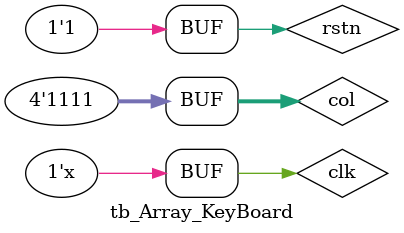
<source format=v>
`timescale 1ns / 1ps
module tb_Array_KeyBoard();
reg                clk      ;
reg                rstn     ;
reg      [3:0]     col     ;
wire     [3:0]     row     ;
wire     [15:0]    key_pulse;
wire               key_en   ;
wire     [3:0]     key_data ;
always#10 clk <= !clk;
initial begin
    clk   = 0;
    rstn = 0;
    col   = 4'b1111;
    #100;
    rstn = 1;
    #2590;
    col = 4'b0111;
    #1000;
    col = 4'b1111;
    #3000;
    col = 4'b0111;
    #1000;
    col = 4'b1111;
end
Array_KeyBoard Array_KeyBoard(
    .clk        (clk      ),  //input                     clk       ,
    .rstn       (rstn     ),  //input                     rstn      ,
    .col        (col      ),  //input            [3:0]    col       ,
    .row        (row      ),  //output    reg    [3:0]    row       ,
    .key_pulse  (key_pulse),  //output           [15:0]   key_pulse ,
    .key_en     (key_en   ),  //output    reg             key_en    ,
    .key_data   (key_data )   //output    reg    [3:0]    key_data    
);
defparam Array_KeyBoard.CNT_200HZ=50;
endmodule

</source>
